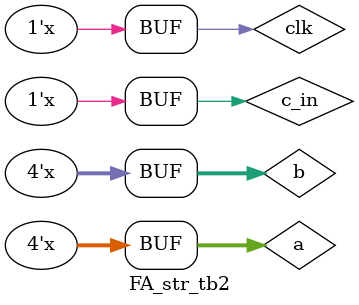
<source format=v>
`timescale 1ns / 1ps


module FA_str_tb2;

	// Inputs
	reg [3:0] a;
	reg [3:0] b;
	reg c_in;
	
	reg clk;

	// Outputs
	wire c_out;
	wire[3:0] sum;
	wire c_out_verify;
	wire[3:0] sum_verify;
	wire error_flag;


	// Instantiate the Unit Under Test (UUT)
	FA4b FA (
		.c_out(c_out), 
		.sum(sum), 
		.a(a), 
		.b(b), 
		.c_in(c_in)
	);
	
	// Verification module
	Verification_1bit2 Verification (
		.c_out(c_out_verify), 
		.sum(sum_verify), 
		.a(a), 
		.b(b), 
		.c_in(c_in)
	);
	
	// Assign Error_flag
	assign error_flag = (c_out != c_out_verify || sum != sum_verify);
	
	// Verification logic
	always@(posedge clk)
		begin
		if(error_flag)
			// Use $display here instead of $monitor
			// $monitor will display the message whenever there's a change of a, b, c_in
			// $display will only display once when it's been executed
			$display("Error occurs when a = %d, b = %d, c_in = %d\n", a, b, c_in);
		end
		
	// Derfine clk signal for Verfication purpose
	always #5 clk = ~clk;

	initial begin
		// Initialize Inputs
		clk = 0;
	
        a = 4'b0000; b = 4'b0000; c_in = 0; #10;
        a = 4'b0001; b = 4'b0000; c_in = 0; #10;
        a = 4'b0010; b = 4'b0001; c_in = 0; #10;
        a = 4'b0000; b = 4'b0101; c_in = 0; #10;


	end
	
	always #27  {a,b,c_in} ={a,b,c_in}+1;
      
endmodule

</source>
